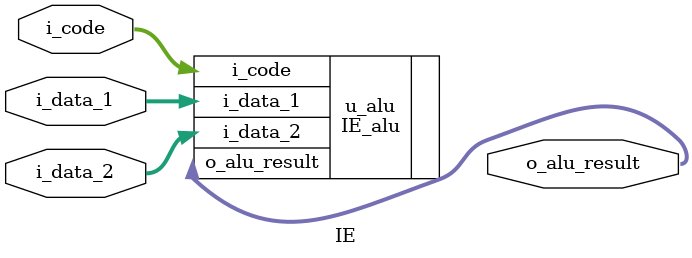
<source format=v>
`timescale 1ns / 1ps

module IE #(
    parameter   NB_OP         = 6,  
    parameter   NB_DATA       = 32,
    parameter   NB_DATA_OUT   = 32,
    parameter   NB_INST       = 32,         // Longitud de registro con signo
    parameter   NB_SELECTOR   = 2           // Longitud del selector
)
(
    input wire      [NB_DATA-1:0]      i_data_1,
    input wire      [NB_DATA-1:0]      i_data_2,
    input wire      [NB_OP-1:0]        i_code,
    output wire     [NB_DATA_OUT-1:0]  o_alu_result
);


IE_alu u_alu(
    .i_data_1(i_data_1),
    .i_data_2(i_data_2),
    .i_code(i_code),
    .o_alu_result(o_alu_result)
);

//IE_multiplexor_A u_multiplexor_A(
//    .i_decodificador_rs(),
//    .i_sign_extend(),
//    .i_selector(),
//    .o_mux()
//);


endmodule
</source>
